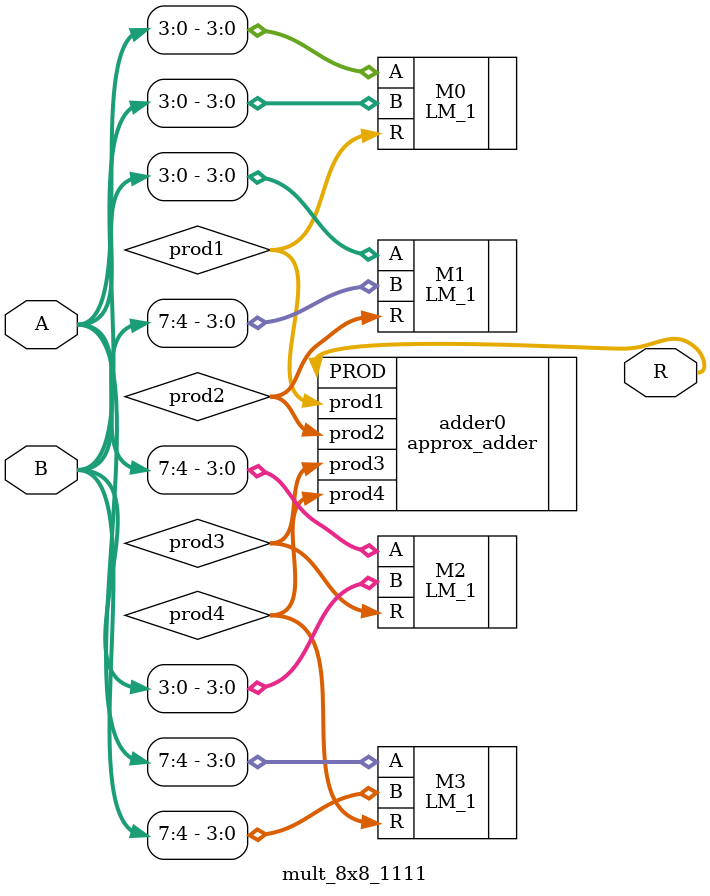
<source format=v>
module mult_8x8_1111(
input [7:0] A,
input [7:0] B,
output [15:0]R
);
wire [7:0]prod1;
wire [7:0]prod2;
wire [7:0]prod3;
wire [7:0]prod4;

LM_1 M0(.A(A[3:0]),.B(B[3:0]),.R(prod1));
LM_1 M1(.A(A[3:0]),.B(B[7:4]),.R(prod2));
LM_1 M2(.A(A[7:4]),.B(B[3:0]),.R(prod3));
LM_1 M3(.A(A[7:4]),.B(B[7:4]),.R(prod4));
approx_adder adder0(.prod1(prod1),.prod2(prod2),.prod3(prod3),.prod4(prod4),.PROD(R));
endmodule

</source>
